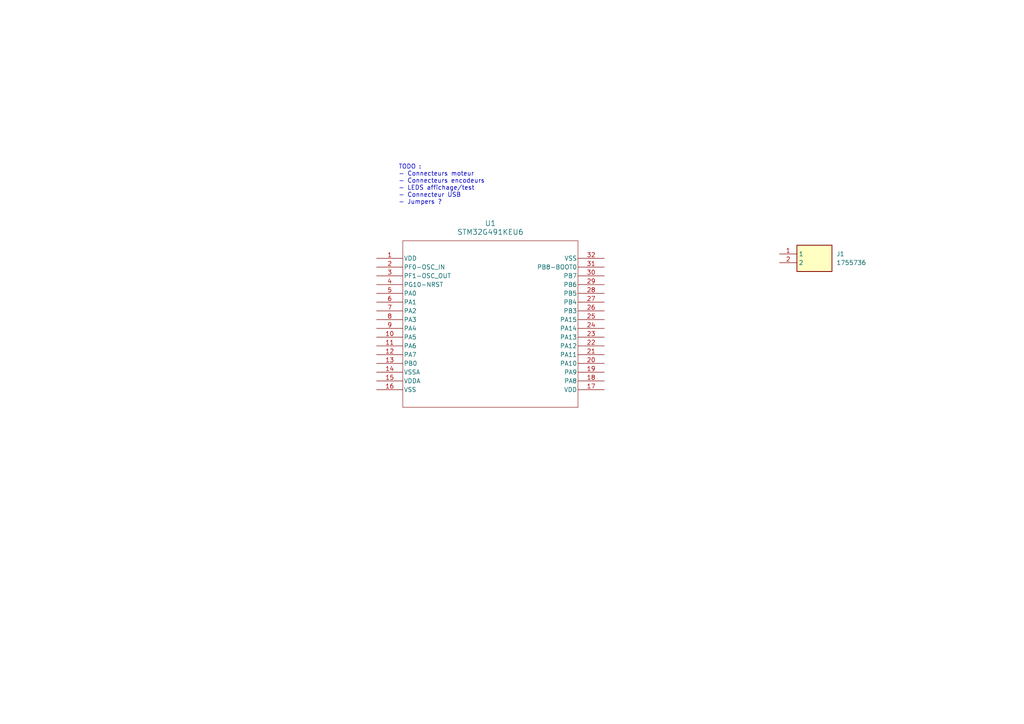
<source format=kicad_sch>
(kicad_sch (version 20250114) (generator "eeschema") (generator_version "9.0")
  (paper "A4")
  (lib_symbols
    (symbol "Modelec:1755736"
      (property "Reference" "J" (at 16.51 7.62 0))
      (property "Value" "1755736" (at 16.51 5.08 0))
      (symbol "1755736_1_1"
        (rectangle (start 5.08 2.54) (end 15.24 -5.08) (stroke (width 0.254)) (fill (type background)))
        (pin passive line (at 0 0 0) (length 5.08) (name "1") (number "1"))
        (pin passive line (at 0 -2.54 0) (length 5.08) (name "2") (number "2"))
      )
    )
    (symbol "Modelec:STM32G491KEU6" (pin_names (offset 0.254))
      (property "Reference" "U" (at 33.02 10.16 0))
      (property "Value" "STM32G491KEU6" (at 33.02 7.62 0))
      (symbol "STM32G491KEU6_0_1"
        (polyline (pts (xy 7.62 5.08) (xy 7.62 -43.18)) (stroke (width 0.127)))
        (polyline (pts (xy 7.62 -43.18) (xy 58.42 -43.18)) (stroke (width 0.127)))
        (polyline (pts (xy 58.42 5.08) (xy 7.62 5.08)) (stroke (width 0.127)))
        (polyline (pts (xy 58.42 -43.18) (xy 58.42 5.08)) (stroke (width 0.127)))
        (pin power_in line (at 0 0 0) (length 7.62) (name "VDD") (number "1"))
        (pin bidirectional line (at 0 -2.54 0) (length 7.62) (name "PF0-OSC_IN") (number "2"))
        (pin output line (at 0 -5.08 0) (length 7.62) (name "PF1-OSC_OUT") (number "3"))
        (pin unspecified line (at 0 -7.62 0) (length 7.62) (name "PG10-NRST") (number "4"))
        (pin bidirectional line (at 0 -10.16 0) (length 7.62) (name "PA0") (number "5"))
        (pin bidirectional line (at 0 -12.7 0) (length 7.62) (name "PA1") (number "6"))
        (pin bidirectional line (at 0 -15.24 0) (length 7.62) (name "PA2") (number "7"))
        (pin bidirectional line (at 0 -17.78 0) (length 7.62) (name "PA3") (number "8"))
        (pin bidirectional line (at 0 -20.32 0) (length 7.62) (name "PA4") (number "9"))
        (pin bidirectional line (at 0 -22.86 0) (length 7.62) (name "PA5") (number "10"))
        (pin bidirectional line (at 0 -25.4 0) (length 7.62) (name "PA6") (number "11"))
        (pin bidirectional line (at 0 -27.94 0) (length 7.62) (name "PA7") (number "12"))
        (pin bidirectional line (at 0 -30.48 0) (length 7.62) (name "PB0") (number "13"))
        (pin power_in line (at 0 -33.02 0) (length 7.62) (name "VSSA") (number "14"))
        (pin power_in line (at 0 -35.56 0) (length 7.62) (name "VDDA") (number "15"))
        (pin power_in line (at 0 -38.1 0) (length 7.62) (name "VSS") (number "16"))
        (pin power_out line (at 66.04 0 180) (length 7.62) (name "VSS") (number "32"))
        (pin bidirectional line (at 66.04 -2.54 180) (length 7.62) (name "PB8-BOOT0") (number "31"))
        (pin bidirectional line (at 66.04 -5.08 180) (length 7.62) (name "PB7") (number "30"))
        (pin bidirectional line (at 66.04 -7.62 180) (length 7.62) (name "PB6") (number "29"))
        (pin bidirectional line (at 66.04 -10.16 180) (length 7.62) (name "PB5") (number "28"))
        (pin bidirectional line (at 66.04 -12.7 180) (length 7.62) (name "PB4") (number "27"))
        (pin bidirectional line (at 66.04 -15.24 180) (length 7.62) (name "PB3") (number "26"))
        (pin bidirectional line (at 66.04 -17.78 180) (length 7.62) (name "PA15") (number "25"))
        (pin bidirectional line (at 66.04 -20.32 180) (length 7.62) (name "PA14") (number "24"))
        (pin bidirectional line (at 66.04 -22.86 180) (length 7.62) (name "PA13") (number "23"))
        (pin bidirectional line (at 66.04 -25.4 180) (length 7.62) (name "PA12") (number "22"))
        (pin bidirectional line (at 66.04 -27.94 180) (length 7.62) (name "PA11") (number "21"))
        (pin bidirectional line (at 66.04 -30.48 180) (length 7.62) (name "PA10") (number "20"))
        (pin bidirectional line (at 66.04 -33.02 180) (length 7.62) (name "PA9") (number "19"))
        (pin bidirectional line (at 66.04 -35.56 180) (length 7.62) (name "PA8") (number "18"))
        (pin power_in line (at 66.04 -38.1 180) (length 7.62) (name "VDD") (number "17"))
      )
    )
  )
  (text "TODO : \n- Connecteurs moteur\n- Connecteurs encodeurs\n- LEDS affichage/test\n- Connecteur USB\n- Jumpers ?" (at 115.57 53.594 0) (effects (font (size 1.27 1.27)) (justify left)))
  (symbol (lib_id "Modelec:1755736") (at 226.06 73.66 0) (unit 1)
    (property "Reference" "J1" (at 242.57 73.6599 0) (effects (justify left)))
    (property "Value" "1755736" (at 242.57 76.1999 0) (effects (justify left)))
    (property "Footprint" "1755736" (effects (hide yes)))
    (property "Datasheet" "http://www.phoenixcontact.com/de/produkte/1755736/pdf" (effects (hide yes)))
    (property "Description" "PCB header, nominal cross section: 2.5 mm?, color: green, nominal current: 12 A, rated voltage (III/2): 320 V, contact surface: Tin, type of contact: Male connector, Number of potentials: 2, Number of rows: 1, Number of positions per row: 2, number of connections: 2, product range: MSTBVA 2,5/..-G, pitch: 5.08 mm, mounting: Wave soldering, pin layout: Linear pinning, solder pin [P]: 3.9 mm, Stecksystem: CLASSIC COMBICON, Locking: without, type of packaging: packed in cardboard" (effects (hide yes)))
    (property "Height" "12.15" (effects (hide yes)))
    (property "Manufacturer_Name" "Phoenix Contact" (effects (hide yes)))
    (property "Manufacturer_Part_Number" "1755736" (effects (hide yes)))
    (property "Mouser Part Number" "651-1755736" (effects (hide yes)))
    (property "Mouser Price/Stock" "https://www.mouser.co.uk/ProductDetail/Phoenix-Contact/1755736?qs=wd%252Bw3mUqFrlo9zPE3AUt1w%3D%3D" (effects (hide yes)))
    (property "Arrow Part Number" "1755736" (effects (hide yes)))
    (property "Arrow Price/Stock" "https://www.arrow.com/en/products/1755736/phoenix-contact?region=nac" (effects (hide yes)))
  )
  (symbol (lib_id "Modelec:STM32G491KEU6") (at 109.22 74.93 0) (unit 1)
    (property "Reference" "U1" (at 142.24 64.77 0) (effects (font (size 1.524 1.524))))
    (property "Value" "STM32G491KEU6" (at 142.24 67.31 0) (effects (font (size 1.524 1.524))))
    (property "Footprint" "UFQFPN32_STM" (effects (hide yes)))
    (property "Datasheet" "STM32G491KEU6" (effects (hide yes)))
  )
)
</source>
